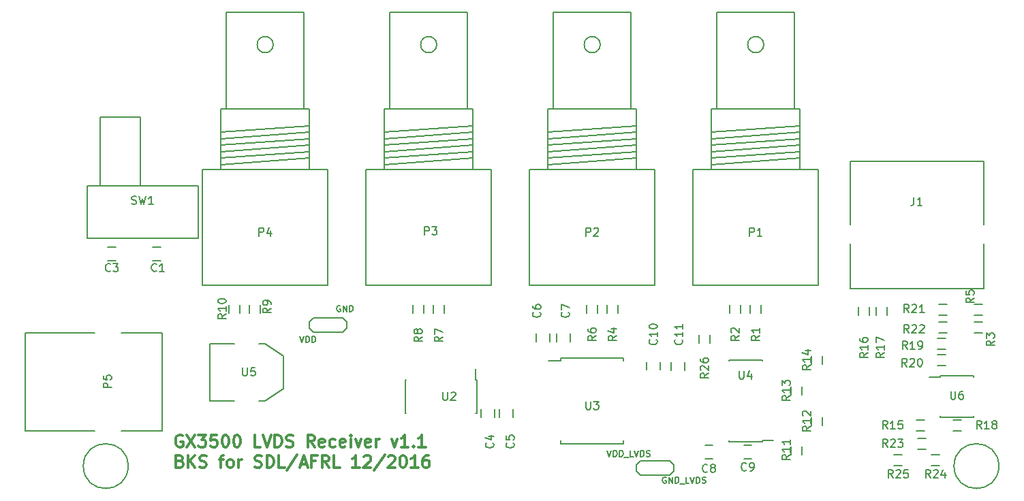
<source format=gto>
G04 #@! TF.FileFunction,Legend,Top*
%FSLAX46Y46*%
G04 Gerber Fmt 4.6, Leading zero omitted, Abs format (unit mm)*
G04 Created by KiCad (PCBNEW 4.0.4+e1-6308~48~ubuntu14.04.1-stable) date Mon Jan  9 14:38:12 2017*
%MOMM*%
%LPD*%
G01*
G04 APERTURE LIST*
%ADD10C,0.100000*%
%ADD11C,0.300000*%
%ADD12C,0.190500*%
%ADD13C,0.150000*%
G04 APERTURE END LIST*
D10*
D11*
X97662857Y-88145000D02*
X97520000Y-88073571D01*
X97305714Y-88073571D01*
X97091429Y-88145000D01*
X96948571Y-88287857D01*
X96877143Y-88430714D01*
X96805714Y-88716429D01*
X96805714Y-88930714D01*
X96877143Y-89216429D01*
X96948571Y-89359286D01*
X97091429Y-89502143D01*
X97305714Y-89573571D01*
X97448571Y-89573571D01*
X97662857Y-89502143D01*
X97734286Y-89430714D01*
X97734286Y-88930714D01*
X97448571Y-88930714D01*
X98234286Y-88073571D02*
X99234286Y-89573571D01*
X99234286Y-88073571D02*
X98234286Y-89573571D01*
X99662857Y-88073571D02*
X100591428Y-88073571D01*
X100091428Y-88645000D01*
X100305714Y-88645000D01*
X100448571Y-88716429D01*
X100520000Y-88787857D01*
X100591428Y-88930714D01*
X100591428Y-89287857D01*
X100520000Y-89430714D01*
X100448571Y-89502143D01*
X100305714Y-89573571D01*
X99877142Y-89573571D01*
X99734285Y-89502143D01*
X99662857Y-89430714D01*
X101948571Y-88073571D02*
X101234285Y-88073571D01*
X101162856Y-88787857D01*
X101234285Y-88716429D01*
X101377142Y-88645000D01*
X101734285Y-88645000D01*
X101877142Y-88716429D01*
X101948571Y-88787857D01*
X102019999Y-88930714D01*
X102019999Y-89287857D01*
X101948571Y-89430714D01*
X101877142Y-89502143D01*
X101734285Y-89573571D01*
X101377142Y-89573571D01*
X101234285Y-89502143D01*
X101162856Y-89430714D01*
X102948570Y-88073571D02*
X103091427Y-88073571D01*
X103234284Y-88145000D01*
X103305713Y-88216429D01*
X103377142Y-88359286D01*
X103448570Y-88645000D01*
X103448570Y-89002143D01*
X103377142Y-89287857D01*
X103305713Y-89430714D01*
X103234284Y-89502143D01*
X103091427Y-89573571D01*
X102948570Y-89573571D01*
X102805713Y-89502143D01*
X102734284Y-89430714D01*
X102662856Y-89287857D01*
X102591427Y-89002143D01*
X102591427Y-88645000D01*
X102662856Y-88359286D01*
X102734284Y-88216429D01*
X102805713Y-88145000D01*
X102948570Y-88073571D01*
X104377141Y-88073571D02*
X104519998Y-88073571D01*
X104662855Y-88145000D01*
X104734284Y-88216429D01*
X104805713Y-88359286D01*
X104877141Y-88645000D01*
X104877141Y-89002143D01*
X104805713Y-89287857D01*
X104734284Y-89430714D01*
X104662855Y-89502143D01*
X104519998Y-89573571D01*
X104377141Y-89573571D01*
X104234284Y-89502143D01*
X104162855Y-89430714D01*
X104091427Y-89287857D01*
X104019998Y-89002143D01*
X104019998Y-88645000D01*
X104091427Y-88359286D01*
X104162855Y-88216429D01*
X104234284Y-88145000D01*
X104377141Y-88073571D01*
X107377141Y-89573571D02*
X106662855Y-89573571D01*
X106662855Y-88073571D01*
X107662855Y-88073571D02*
X108162855Y-89573571D01*
X108662855Y-88073571D01*
X109162855Y-89573571D02*
X109162855Y-88073571D01*
X109519998Y-88073571D01*
X109734283Y-88145000D01*
X109877141Y-88287857D01*
X109948569Y-88430714D01*
X110019998Y-88716429D01*
X110019998Y-88930714D01*
X109948569Y-89216429D01*
X109877141Y-89359286D01*
X109734283Y-89502143D01*
X109519998Y-89573571D01*
X109162855Y-89573571D01*
X110591426Y-89502143D02*
X110805712Y-89573571D01*
X111162855Y-89573571D01*
X111305712Y-89502143D01*
X111377141Y-89430714D01*
X111448569Y-89287857D01*
X111448569Y-89145000D01*
X111377141Y-89002143D01*
X111305712Y-88930714D01*
X111162855Y-88859286D01*
X110877141Y-88787857D01*
X110734283Y-88716429D01*
X110662855Y-88645000D01*
X110591426Y-88502143D01*
X110591426Y-88359286D01*
X110662855Y-88216429D01*
X110734283Y-88145000D01*
X110877141Y-88073571D01*
X111234283Y-88073571D01*
X111448569Y-88145000D01*
X114091426Y-89573571D02*
X113591426Y-88859286D01*
X113234283Y-89573571D02*
X113234283Y-88073571D01*
X113805711Y-88073571D01*
X113948569Y-88145000D01*
X114019997Y-88216429D01*
X114091426Y-88359286D01*
X114091426Y-88573571D01*
X114019997Y-88716429D01*
X113948569Y-88787857D01*
X113805711Y-88859286D01*
X113234283Y-88859286D01*
X115305711Y-89502143D02*
X115162854Y-89573571D01*
X114877140Y-89573571D01*
X114734283Y-89502143D01*
X114662854Y-89359286D01*
X114662854Y-88787857D01*
X114734283Y-88645000D01*
X114877140Y-88573571D01*
X115162854Y-88573571D01*
X115305711Y-88645000D01*
X115377140Y-88787857D01*
X115377140Y-88930714D01*
X114662854Y-89073571D01*
X116662854Y-89502143D02*
X116519997Y-89573571D01*
X116234283Y-89573571D01*
X116091425Y-89502143D01*
X116019997Y-89430714D01*
X115948568Y-89287857D01*
X115948568Y-88859286D01*
X116019997Y-88716429D01*
X116091425Y-88645000D01*
X116234283Y-88573571D01*
X116519997Y-88573571D01*
X116662854Y-88645000D01*
X117877139Y-89502143D02*
X117734282Y-89573571D01*
X117448568Y-89573571D01*
X117305711Y-89502143D01*
X117234282Y-89359286D01*
X117234282Y-88787857D01*
X117305711Y-88645000D01*
X117448568Y-88573571D01*
X117734282Y-88573571D01*
X117877139Y-88645000D01*
X117948568Y-88787857D01*
X117948568Y-88930714D01*
X117234282Y-89073571D01*
X118591425Y-89573571D02*
X118591425Y-88573571D01*
X118591425Y-88073571D02*
X118519996Y-88145000D01*
X118591425Y-88216429D01*
X118662853Y-88145000D01*
X118591425Y-88073571D01*
X118591425Y-88216429D01*
X119162854Y-88573571D02*
X119519997Y-89573571D01*
X119877139Y-88573571D01*
X121019996Y-89502143D02*
X120877139Y-89573571D01*
X120591425Y-89573571D01*
X120448568Y-89502143D01*
X120377139Y-89359286D01*
X120377139Y-88787857D01*
X120448568Y-88645000D01*
X120591425Y-88573571D01*
X120877139Y-88573571D01*
X121019996Y-88645000D01*
X121091425Y-88787857D01*
X121091425Y-88930714D01*
X120377139Y-89073571D01*
X121734282Y-89573571D02*
X121734282Y-88573571D01*
X121734282Y-88859286D02*
X121805710Y-88716429D01*
X121877139Y-88645000D01*
X122019996Y-88573571D01*
X122162853Y-88573571D01*
X123662853Y-88573571D02*
X124019996Y-89573571D01*
X124377138Y-88573571D01*
X125734281Y-89573571D02*
X124877138Y-89573571D01*
X125305710Y-89573571D02*
X125305710Y-88073571D01*
X125162853Y-88287857D01*
X125019995Y-88430714D01*
X124877138Y-88502143D01*
X126377138Y-89430714D02*
X126448566Y-89502143D01*
X126377138Y-89573571D01*
X126305709Y-89502143D01*
X126377138Y-89430714D01*
X126377138Y-89573571D01*
X127877138Y-89573571D02*
X127019995Y-89573571D01*
X127448567Y-89573571D02*
X127448567Y-88073571D01*
X127305710Y-88287857D01*
X127162852Y-88430714D01*
X127019995Y-88502143D01*
X97377143Y-91337857D02*
X97591429Y-91409286D01*
X97662857Y-91480714D01*
X97734286Y-91623571D01*
X97734286Y-91837857D01*
X97662857Y-91980714D01*
X97591429Y-92052143D01*
X97448571Y-92123571D01*
X96877143Y-92123571D01*
X96877143Y-90623571D01*
X97377143Y-90623571D01*
X97520000Y-90695000D01*
X97591429Y-90766429D01*
X97662857Y-90909286D01*
X97662857Y-91052143D01*
X97591429Y-91195000D01*
X97520000Y-91266429D01*
X97377143Y-91337857D01*
X96877143Y-91337857D01*
X98377143Y-92123571D02*
X98377143Y-90623571D01*
X99234286Y-92123571D02*
X98591429Y-91266429D01*
X99234286Y-90623571D02*
X98377143Y-91480714D01*
X99805714Y-92052143D02*
X100020000Y-92123571D01*
X100377143Y-92123571D01*
X100520000Y-92052143D01*
X100591429Y-91980714D01*
X100662857Y-91837857D01*
X100662857Y-91695000D01*
X100591429Y-91552143D01*
X100520000Y-91480714D01*
X100377143Y-91409286D01*
X100091429Y-91337857D01*
X99948571Y-91266429D01*
X99877143Y-91195000D01*
X99805714Y-91052143D01*
X99805714Y-90909286D01*
X99877143Y-90766429D01*
X99948571Y-90695000D01*
X100091429Y-90623571D01*
X100448571Y-90623571D01*
X100662857Y-90695000D01*
X102234285Y-91123571D02*
X102805714Y-91123571D01*
X102448571Y-92123571D02*
X102448571Y-90837857D01*
X102519999Y-90695000D01*
X102662857Y-90623571D01*
X102805714Y-90623571D01*
X103520000Y-92123571D02*
X103377142Y-92052143D01*
X103305714Y-91980714D01*
X103234285Y-91837857D01*
X103234285Y-91409286D01*
X103305714Y-91266429D01*
X103377142Y-91195000D01*
X103520000Y-91123571D01*
X103734285Y-91123571D01*
X103877142Y-91195000D01*
X103948571Y-91266429D01*
X104020000Y-91409286D01*
X104020000Y-91837857D01*
X103948571Y-91980714D01*
X103877142Y-92052143D01*
X103734285Y-92123571D01*
X103520000Y-92123571D01*
X104662857Y-92123571D02*
X104662857Y-91123571D01*
X104662857Y-91409286D02*
X104734285Y-91266429D01*
X104805714Y-91195000D01*
X104948571Y-91123571D01*
X105091428Y-91123571D01*
X106662856Y-92052143D02*
X106877142Y-92123571D01*
X107234285Y-92123571D01*
X107377142Y-92052143D01*
X107448571Y-91980714D01*
X107519999Y-91837857D01*
X107519999Y-91695000D01*
X107448571Y-91552143D01*
X107377142Y-91480714D01*
X107234285Y-91409286D01*
X106948571Y-91337857D01*
X106805713Y-91266429D01*
X106734285Y-91195000D01*
X106662856Y-91052143D01*
X106662856Y-90909286D01*
X106734285Y-90766429D01*
X106805713Y-90695000D01*
X106948571Y-90623571D01*
X107305713Y-90623571D01*
X107519999Y-90695000D01*
X108162856Y-92123571D02*
X108162856Y-90623571D01*
X108519999Y-90623571D01*
X108734284Y-90695000D01*
X108877142Y-90837857D01*
X108948570Y-90980714D01*
X109019999Y-91266429D01*
X109019999Y-91480714D01*
X108948570Y-91766429D01*
X108877142Y-91909286D01*
X108734284Y-92052143D01*
X108519999Y-92123571D01*
X108162856Y-92123571D01*
X110377142Y-92123571D02*
X109662856Y-92123571D01*
X109662856Y-90623571D01*
X111948570Y-90552143D02*
X110662856Y-92480714D01*
X112377142Y-91695000D02*
X113091428Y-91695000D01*
X112234285Y-92123571D02*
X112734285Y-90623571D01*
X113234285Y-92123571D01*
X114234285Y-91337857D02*
X113734285Y-91337857D01*
X113734285Y-92123571D02*
X113734285Y-90623571D01*
X114448571Y-90623571D01*
X115877142Y-92123571D02*
X115377142Y-91409286D01*
X115019999Y-92123571D02*
X115019999Y-90623571D01*
X115591427Y-90623571D01*
X115734285Y-90695000D01*
X115805713Y-90766429D01*
X115877142Y-90909286D01*
X115877142Y-91123571D01*
X115805713Y-91266429D01*
X115734285Y-91337857D01*
X115591427Y-91409286D01*
X115019999Y-91409286D01*
X117234285Y-92123571D02*
X116519999Y-92123571D01*
X116519999Y-90623571D01*
X119662856Y-92123571D02*
X118805713Y-92123571D01*
X119234285Y-92123571D02*
X119234285Y-90623571D01*
X119091428Y-90837857D01*
X118948570Y-90980714D01*
X118805713Y-91052143D01*
X120234284Y-90766429D02*
X120305713Y-90695000D01*
X120448570Y-90623571D01*
X120805713Y-90623571D01*
X120948570Y-90695000D01*
X121019999Y-90766429D01*
X121091427Y-90909286D01*
X121091427Y-91052143D01*
X121019999Y-91266429D01*
X120162856Y-92123571D01*
X121091427Y-92123571D01*
X122805712Y-90552143D02*
X121519998Y-92480714D01*
X123234284Y-90766429D02*
X123305713Y-90695000D01*
X123448570Y-90623571D01*
X123805713Y-90623571D01*
X123948570Y-90695000D01*
X124019999Y-90766429D01*
X124091427Y-90909286D01*
X124091427Y-91052143D01*
X124019999Y-91266429D01*
X123162856Y-92123571D01*
X124091427Y-92123571D01*
X125019998Y-90623571D02*
X125162855Y-90623571D01*
X125305712Y-90695000D01*
X125377141Y-90766429D01*
X125448570Y-90909286D01*
X125519998Y-91195000D01*
X125519998Y-91552143D01*
X125448570Y-91837857D01*
X125377141Y-91980714D01*
X125305712Y-92052143D01*
X125162855Y-92123571D01*
X125019998Y-92123571D01*
X124877141Y-92052143D01*
X124805712Y-91980714D01*
X124734284Y-91837857D01*
X124662855Y-91552143D01*
X124662855Y-91195000D01*
X124734284Y-90909286D01*
X124805712Y-90766429D01*
X124877141Y-90695000D01*
X125019998Y-90623571D01*
X126948569Y-92123571D02*
X126091426Y-92123571D01*
X126519998Y-92123571D02*
X126519998Y-90623571D01*
X126377141Y-90837857D01*
X126234283Y-90980714D01*
X126091426Y-91052143D01*
X128234283Y-90623571D02*
X127948569Y-90623571D01*
X127805712Y-90695000D01*
X127734283Y-90766429D01*
X127591426Y-90980714D01*
X127519997Y-91266429D01*
X127519997Y-91837857D01*
X127591426Y-91980714D01*
X127662854Y-92052143D01*
X127805712Y-92123571D01*
X128091426Y-92123571D01*
X128234283Y-92052143D01*
X128305712Y-91980714D01*
X128377140Y-91837857D01*
X128377140Y-91480714D01*
X128305712Y-91337857D01*
X128234283Y-91266429D01*
X128091426Y-91195000D01*
X127805712Y-91195000D01*
X127662854Y-91266429D01*
X127591426Y-91337857D01*
X127519997Y-91480714D01*
D12*
X112268000Y-75782714D02*
X112522000Y-76544714D01*
X112776000Y-75782714D01*
X113030001Y-76544714D02*
X113030001Y-75782714D01*
X113211429Y-75782714D01*
X113320286Y-75819000D01*
X113392858Y-75891571D01*
X113429143Y-75964143D01*
X113465429Y-76109286D01*
X113465429Y-76218143D01*
X113429143Y-76363286D01*
X113392858Y-76435857D01*
X113320286Y-76508429D01*
X113211429Y-76544714D01*
X113030001Y-76544714D01*
X113792001Y-76544714D02*
X113792001Y-75782714D01*
X113973429Y-75782714D01*
X114082286Y-75819000D01*
X114154858Y-75891571D01*
X114191143Y-75964143D01*
X114227429Y-76109286D01*
X114227429Y-76218143D01*
X114191143Y-76363286D01*
X114154858Y-76435857D01*
X114082286Y-76508429D01*
X113973429Y-76544714D01*
X113792001Y-76544714D01*
X117275428Y-72009000D02*
X117202857Y-71972714D01*
X117094000Y-71972714D01*
X116985143Y-72009000D01*
X116912571Y-72081571D01*
X116876286Y-72154143D01*
X116840000Y-72299286D01*
X116840000Y-72408143D01*
X116876286Y-72553286D01*
X116912571Y-72625857D01*
X116985143Y-72698429D01*
X117094000Y-72734714D01*
X117166571Y-72734714D01*
X117275428Y-72698429D01*
X117311714Y-72662143D01*
X117311714Y-72408143D01*
X117166571Y-72408143D01*
X117638286Y-72734714D02*
X117638286Y-71972714D01*
X118073714Y-72734714D01*
X118073714Y-71972714D01*
X118436572Y-72734714D02*
X118436572Y-71972714D01*
X118618000Y-71972714D01*
X118726857Y-72009000D01*
X118799429Y-72081571D01*
X118835714Y-72154143D01*
X118872000Y-72299286D01*
X118872000Y-72408143D01*
X118835714Y-72553286D01*
X118799429Y-72625857D01*
X118726857Y-72698429D01*
X118618000Y-72734714D01*
X118436572Y-72734714D01*
X150476857Y-90006714D02*
X150730857Y-90768714D01*
X150984857Y-90006714D01*
X151238858Y-90768714D02*
X151238858Y-90006714D01*
X151420286Y-90006714D01*
X151529143Y-90043000D01*
X151601715Y-90115571D01*
X151638000Y-90188143D01*
X151674286Y-90333286D01*
X151674286Y-90442143D01*
X151638000Y-90587286D01*
X151601715Y-90659857D01*
X151529143Y-90732429D01*
X151420286Y-90768714D01*
X151238858Y-90768714D01*
X152000858Y-90768714D02*
X152000858Y-90006714D01*
X152182286Y-90006714D01*
X152291143Y-90043000D01*
X152363715Y-90115571D01*
X152400000Y-90188143D01*
X152436286Y-90333286D01*
X152436286Y-90442143D01*
X152400000Y-90587286D01*
X152363715Y-90659857D01*
X152291143Y-90732429D01*
X152182286Y-90768714D01*
X152000858Y-90768714D01*
X152581429Y-90841286D02*
X153162000Y-90841286D01*
X153706286Y-90768714D02*
X153343429Y-90768714D01*
X153343429Y-90006714D01*
X153851428Y-90006714D02*
X154105428Y-90768714D01*
X154359428Y-90006714D01*
X154613429Y-90768714D02*
X154613429Y-90006714D01*
X154794857Y-90006714D01*
X154903714Y-90043000D01*
X154976286Y-90115571D01*
X155012571Y-90188143D01*
X155048857Y-90333286D01*
X155048857Y-90442143D01*
X155012571Y-90587286D01*
X154976286Y-90659857D01*
X154903714Y-90732429D01*
X154794857Y-90768714D01*
X154613429Y-90768714D01*
X155339143Y-90732429D02*
X155448000Y-90768714D01*
X155629429Y-90768714D01*
X155702000Y-90732429D01*
X155738286Y-90696143D01*
X155774571Y-90623571D01*
X155774571Y-90551000D01*
X155738286Y-90478429D01*
X155702000Y-90442143D01*
X155629429Y-90405857D01*
X155484286Y-90369571D01*
X155411714Y-90333286D01*
X155375429Y-90297000D01*
X155339143Y-90224429D01*
X155339143Y-90151857D01*
X155375429Y-90079286D01*
X155411714Y-90043000D01*
X155484286Y-90006714D01*
X155665714Y-90006714D01*
X155774571Y-90043000D01*
X157770286Y-93345000D02*
X157697715Y-93308714D01*
X157588858Y-93308714D01*
X157480001Y-93345000D01*
X157407429Y-93417571D01*
X157371144Y-93490143D01*
X157334858Y-93635286D01*
X157334858Y-93744143D01*
X157371144Y-93889286D01*
X157407429Y-93961857D01*
X157480001Y-94034429D01*
X157588858Y-94070714D01*
X157661429Y-94070714D01*
X157770286Y-94034429D01*
X157806572Y-93998143D01*
X157806572Y-93744143D01*
X157661429Y-93744143D01*
X158133144Y-94070714D02*
X158133144Y-93308714D01*
X158568572Y-94070714D01*
X158568572Y-93308714D01*
X158931430Y-94070714D02*
X158931430Y-93308714D01*
X159112858Y-93308714D01*
X159221715Y-93345000D01*
X159294287Y-93417571D01*
X159330572Y-93490143D01*
X159366858Y-93635286D01*
X159366858Y-93744143D01*
X159330572Y-93889286D01*
X159294287Y-93961857D01*
X159221715Y-94034429D01*
X159112858Y-94070714D01*
X158931430Y-94070714D01*
X159512001Y-94143286D02*
X160092572Y-94143286D01*
X160636858Y-94070714D02*
X160274001Y-94070714D01*
X160274001Y-93308714D01*
X160782000Y-93308714D02*
X161036000Y-94070714D01*
X161290000Y-93308714D01*
X161544001Y-94070714D02*
X161544001Y-93308714D01*
X161725429Y-93308714D01*
X161834286Y-93345000D01*
X161906858Y-93417571D01*
X161943143Y-93490143D01*
X161979429Y-93635286D01*
X161979429Y-93744143D01*
X161943143Y-93889286D01*
X161906858Y-93961857D01*
X161834286Y-94034429D01*
X161725429Y-94070714D01*
X161544001Y-94070714D01*
X162269715Y-94034429D02*
X162378572Y-94070714D01*
X162560001Y-94070714D01*
X162632572Y-94034429D01*
X162668858Y-93998143D01*
X162705143Y-93925571D01*
X162705143Y-93853000D01*
X162668858Y-93780429D01*
X162632572Y-93744143D01*
X162560001Y-93707857D01*
X162414858Y-93671571D01*
X162342286Y-93635286D01*
X162306001Y-93599000D01*
X162269715Y-93526429D01*
X162269715Y-93453857D01*
X162306001Y-93381286D01*
X162342286Y-93345000D01*
X162414858Y-93308714D01*
X162596286Y-93308714D01*
X162705143Y-93345000D01*
D13*
X104140000Y-76708000D02*
X101092000Y-76708000D01*
X101092000Y-76708000D02*
X101092000Y-83820000D01*
X101092000Y-83820000D02*
X104140000Y-83820000D01*
X107188000Y-76708000D02*
X107950000Y-76708000D01*
X107950000Y-76708000D02*
X110236000Y-78232000D01*
X110236000Y-78232000D02*
X110236000Y-82296000D01*
X110236000Y-82296000D02*
X107950000Y-83820000D01*
X107950000Y-83820000D02*
X107188000Y-83820000D01*
X143090900Y-50429160D02*
X154089100Y-49629060D01*
X143090900Y-51229260D02*
X154089100Y-50429160D01*
X143090900Y-52029360D02*
X154089100Y-51229260D01*
X143090900Y-52829460D02*
X154089100Y-52029360D01*
X143090900Y-53629560D02*
X154089100Y-52829460D01*
X143090900Y-54429660D02*
X154089100Y-53629560D01*
X149590760Y-39530020D02*
G75*
G03X149590760Y-39530020I-1000760J0D01*
G01*
X153390600Y-47531020D02*
X153390600Y-35529520D01*
X153390600Y-35529520D02*
X143789400Y-35529520D01*
X143789400Y-35529520D02*
X143789400Y-47531020D01*
X154089100Y-55029100D02*
X154089100Y-47531020D01*
X154089100Y-47531020D02*
X143090900Y-47531020D01*
X143090900Y-47531020D02*
X143090900Y-55029100D01*
X140789660Y-69430900D02*
X156390340Y-69430900D01*
X156390340Y-69430900D02*
X156390340Y-55029100D01*
X156390340Y-55029100D02*
X140789660Y-55029100D01*
X140789660Y-55029100D02*
X140789660Y-69430900D01*
X144715000Y-78495000D02*
X144715000Y-78850000D01*
X152465000Y-78495000D02*
X152465000Y-78850000D01*
X152465000Y-89145000D02*
X152465000Y-88790000D01*
X144715000Y-89145000D02*
X144715000Y-88790000D01*
X144715000Y-78495000D02*
X152465000Y-78495000D01*
X144715000Y-89145000D02*
X152465000Y-89145000D01*
X144715000Y-78850000D02*
X143190000Y-78850000D01*
X94988000Y-64682000D02*
X93988000Y-64682000D01*
X93988000Y-66382000D02*
X94988000Y-66382000D01*
X88400000Y-66382000D02*
X89400000Y-66382000D01*
X89400000Y-64682000D02*
X88400000Y-64682000D01*
X134786000Y-84844000D02*
X134786000Y-85844000D01*
X136486000Y-85844000D02*
X136486000Y-84844000D01*
X137072000Y-84844000D02*
X137072000Y-85844000D01*
X138772000Y-85844000D02*
X138772000Y-84844000D01*
X141644000Y-75446000D02*
X141644000Y-76446000D01*
X143344000Y-76446000D02*
X143344000Y-75446000D01*
X144184000Y-75446000D02*
X144184000Y-76446000D01*
X145884000Y-76446000D02*
X145884000Y-75446000D01*
X162588000Y-91020000D02*
X163588000Y-91020000D01*
X163588000Y-89320000D02*
X162588000Y-89320000D01*
X168414000Y-89320000D02*
X167414000Y-89320000D01*
X167414000Y-91020000D02*
X168414000Y-91020000D01*
X157060000Y-79982000D02*
X157060000Y-78982000D01*
X155360000Y-78982000D02*
X155360000Y-79982000D01*
X160108000Y-80022000D02*
X160108000Y-79022000D01*
X158408000Y-79022000D02*
X158408000Y-80022000D01*
X163410900Y-50429160D02*
X174409100Y-49629060D01*
X163410900Y-51229260D02*
X174409100Y-50429160D01*
X163410900Y-52029360D02*
X174409100Y-51229260D01*
X163410900Y-52829460D02*
X174409100Y-52029360D01*
X163410900Y-53629560D02*
X174409100Y-52829460D01*
X163410900Y-54429660D02*
X174409100Y-53629560D01*
X169910760Y-39530020D02*
G75*
G03X169910760Y-39530020I-1000760J0D01*
G01*
X173710600Y-47531020D02*
X173710600Y-35529520D01*
X173710600Y-35529520D02*
X164109400Y-35529520D01*
X164109400Y-35529520D02*
X164109400Y-47531020D01*
X174409100Y-55029100D02*
X174409100Y-47531020D01*
X174409100Y-47531020D02*
X163410900Y-47531020D01*
X163410900Y-47531020D02*
X163410900Y-55029100D01*
X161109660Y-69430900D02*
X176710340Y-69430900D01*
X176710340Y-69430900D02*
X176710340Y-55029100D01*
X176710340Y-55029100D02*
X161109660Y-55029100D01*
X161109660Y-55029100D02*
X161109660Y-69430900D01*
X122770900Y-50429160D02*
X133769100Y-49629060D01*
X122770900Y-51229260D02*
X133769100Y-50429160D01*
X122770900Y-52029360D02*
X133769100Y-51229260D01*
X122770900Y-52829460D02*
X133769100Y-52029360D01*
X122770900Y-53629560D02*
X133769100Y-52829460D01*
X122770900Y-54429660D02*
X133769100Y-53629560D01*
X129270760Y-39530020D02*
G75*
G03X129270760Y-39530020I-1000760J0D01*
G01*
X133070600Y-47531020D02*
X133070600Y-35529520D01*
X133070600Y-35529520D02*
X123469400Y-35529520D01*
X123469400Y-35529520D02*
X123469400Y-47531020D01*
X133769100Y-55029100D02*
X133769100Y-47531020D01*
X133769100Y-47531020D02*
X122770900Y-47531020D01*
X122770900Y-47531020D02*
X122770900Y-55029100D01*
X120469660Y-69430900D02*
X136070340Y-69430900D01*
X136070340Y-69430900D02*
X136070340Y-55029100D01*
X136070340Y-55029100D02*
X120469660Y-55029100D01*
X120469660Y-55029100D02*
X120469660Y-69430900D01*
X102450900Y-50429160D02*
X113449100Y-49629060D01*
X102450900Y-51229260D02*
X113449100Y-50429160D01*
X102450900Y-52029360D02*
X113449100Y-51229260D01*
X102450900Y-52829460D02*
X113449100Y-52029360D01*
X102450900Y-53629560D02*
X113449100Y-52829460D01*
X102450900Y-54429660D02*
X113449100Y-53629560D01*
X108950760Y-39530020D02*
G75*
G03X108950760Y-39530020I-1000760J0D01*
G01*
X112750600Y-47531020D02*
X112750600Y-35529520D01*
X112750600Y-35529520D02*
X103149400Y-35529520D01*
X103149400Y-35529520D02*
X103149400Y-47531020D01*
X113449100Y-55029100D02*
X113449100Y-47531020D01*
X113449100Y-47531020D02*
X102450900Y-47531020D01*
X102450900Y-47531020D02*
X102450900Y-55029100D01*
X100149660Y-69430900D02*
X115750340Y-69430900D01*
X115750340Y-69430900D02*
X115750340Y-55029100D01*
X115750340Y-55029100D02*
X100149660Y-55029100D01*
X100149660Y-55029100D02*
X100149660Y-69430900D01*
X168235000Y-72890000D02*
X168235000Y-71890000D01*
X169585000Y-71890000D02*
X169585000Y-72890000D01*
X165695000Y-72890000D02*
X165695000Y-71890000D01*
X167045000Y-71890000D02*
X167045000Y-72890000D01*
X150455000Y-72890000D02*
X150455000Y-71890000D01*
X151805000Y-71890000D02*
X151805000Y-72890000D01*
X147915000Y-72890000D02*
X147915000Y-71890000D01*
X149265000Y-71890000D02*
X149265000Y-72890000D01*
X128865000Y-72890000D02*
X128865000Y-71890000D01*
X130215000Y-71890000D02*
X130215000Y-72890000D01*
X126325000Y-72890000D02*
X126325000Y-71890000D01*
X127675000Y-71890000D02*
X127675000Y-72890000D01*
X106005000Y-72890000D02*
X106005000Y-71890000D01*
X107355000Y-71890000D02*
X107355000Y-72890000D01*
X103465000Y-72890000D02*
X103465000Y-71890000D01*
X104815000Y-71890000D02*
X104815000Y-72890000D01*
X174665000Y-89500000D02*
X174665000Y-90500000D01*
X173315000Y-90500000D02*
X173315000Y-89500000D01*
X177205000Y-85860000D02*
X177205000Y-86860000D01*
X175855000Y-86860000D02*
X175855000Y-85860000D01*
X174665000Y-82050000D02*
X174665000Y-83050000D01*
X173315000Y-83050000D02*
X173315000Y-82050000D01*
X177205000Y-78240000D02*
X177205000Y-79240000D01*
X175855000Y-79240000D02*
X175855000Y-78240000D01*
X134244000Y-81237000D02*
X134129000Y-81237000D01*
X134244000Y-85387000D02*
X134129000Y-85387000D01*
X125344000Y-85387000D02*
X125459000Y-85387000D01*
X125344000Y-81237000D02*
X125459000Y-81237000D01*
X134244000Y-81237000D02*
X134244000Y-85387000D01*
X125344000Y-81237000D02*
X125344000Y-85387000D01*
X134129000Y-81237000D02*
X134129000Y-79862000D01*
X169715000Y-88895000D02*
X169715000Y-88790000D01*
X165565000Y-88895000D02*
X165565000Y-88790000D01*
X165565000Y-78745000D02*
X165565000Y-78850000D01*
X169715000Y-78745000D02*
X169715000Y-78850000D01*
X169715000Y-88895000D02*
X165565000Y-88895000D01*
X169715000Y-78745000D02*
X165565000Y-78745000D01*
X169715000Y-88790000D02*
X171090000Y-88790000D01*
X113919000Y-73533000D02*
X117602000Y-73533000D01*
X117602000Y-73533000D02*
X118110000Y-74041000D01*
X118110000Y-74041000D02*
X118110000Y-74803000D01*
X118110000Y-74803000D02*
X117602000Y-75311000D01*
X117602000Y-75311000D02*
X113919000Y-75311000D01*
X113919000Y-75311000D02*
X113411000Y-74803000D01*
X113411000Y-74803000D02*
X113411000Y-74041000D01*
X113411000Y-74041000D02*
X113919000Y-73533000D01*
X154559000Y-91313000D02*
X158242000Y-91313000D01*
X158242000Y-91313000D02*
X158750000Y-91821000D01*
X158750000Y-91821000D02*
X158750000Y-92583000D01*
X158750000Y-92583000D02*
X158242000Y-93091000D01*
X158242000Y-93091000D02*
X154559000Y-93091000D01*
X154559000Y-93091000D02*
X154051000Y-92583000D01*
X154051000Y-92583000D02*
X154051000Y-91821000D01*
X154051000Y-91821000D02*
X154559000Y-91313000D01*
X197096000Y-75351000D02*
X196096000Y-75351000D01*
X196096000Y-74001000D02*
X197096000Y-74001000D01*
X197096000Y-73192000D02*
X196096000Y-73192000D01*
X196096000Y-71842000D02*
X197096000Y-71842000D01*
X189857000Y-87543000D02*
X188857000Y-87543000D01*
X188857000Y-86193000D02*
X189857000Y-86193000D01*
X181697000Y-73144000D02*
X181697000Y-72144000D01*
X183047000Y-72144000D02*
X183047000Y-73144000D01*
X183856000Y-73144000D02*
X183856000Y-72144000D01*
X185206000Y-72144000D02*
X185206000Y-73144000D01*
X193429000Y-86193000D02*
X194429000Y-86193000D01*
X194429000Y-87543000D02*
X193429000Y-87543000D01*
X191524000Y-76033000D02*
X192524000Y-76033000D01*
X192524000Y-77383000D02*
X191524000Y-77383000D01*
X192524000Y-79415000D02*
X191524000Y-79415000D01*
X191524000Y-78065000D02*
X192524000Y-78065000D01*
X191651000Y-71842000D02*
X192651000Y-71842000D01*
X192651000Y-73192000D02*
X191651000Y-73192000D01*
X192651000Y-75351000D02*
X191651000Y-75351000D01*
X191651000Y-74001000D02*
X192651000Y-74001000D01*
X191854000Y-80737000D02*
X191854000Y-80882000D01*
X196004000Y-80737000D02*
X196004000Y-80882000D01*
X196004000Y-85887000D02*
X196004000Y-85742000D01*
X191854000Y-85887000D02*
X191854000Y-85742000D01*
X191854000Y-80737000D02*
X196004000Y-80737000D01*
X191854000Y-85887000D02*
X196004000Y-85887000D01*
X191854000Y-80882000D02*
X190454000Y-80882000D01*
X197294500Y-69850000D02*
X197294500Y-64325500D01*
X180657500Y-69850000D02*
X180657500Y-64325500D01*
X197294500Y-54038500D02*
X180657500Y-54038500D01*
X197294500Y-54038500D02*
X197294500Y-61912500D01*
X180657500Y-54038500D02*
X180657500Y-61912500D01*
X197294500Y-69850000D02*
X180657500Y-69850000D01*
X87460000Y-48575000D02*
X87460000Y-57075000D01*
X92460000Y-48575000D02*
X87460000Y-48575000D01*
X92460000Y-57075000D02*
X92460000Y-48575000D01*
X99610000Y-63575000D02*
X99610000Y-57075000D01*
X85810000Y-63575000D02*
X99610000Y-63575000D01*
X85810000Y-57075000D02*
X85810000Y-63575000D01*
X99610000Y-57075000D02*
X85810000Y-57075000D01*
X190068000Y-89829000D02*
X189068000Y-89829000D01*
X189068000Y-88479000D02*
X190068000Y-88479000D01*
X190762000Y-90511000D02*
X191762000Y-90511000D01*
X191762000Y-91861000D02*
X190762000Y-91861000D01*
X186106000Y-90511000D02*
X187106000Y-90511000D01*
X187106000Y-91861000D02*
X186106000Y-91861000D01*
X163235000Y-75616000D02*
X163235000Y-76616000D01*
X161885000Y-76616000D02*
X161885000Y-75616000D01*
X86741000Y-75341480D02*
X78105000Y-75341480D01*
X95123000Y-75341480D02*
X90043000Y-75341480D01*
X86741000Y-87533480D02*
X78105000Y-87533480D01*
X95123000Y-87533480D02*
X90043000Y-87533480D01*
X78105000Y-87533480D02*
X78105000Y-75341480D01*
X95123000Y-75341480D02*
X95123000Y-87533480D01*
X199127000Y-91948000D02*
G75*
G03X199127000Y-91948000I-2785000J0D01*
G01*
X90923000Y-91948000D02*
G75*
G03X90923000Y-91948000I-2785000J0D01*
G01*
X105156095Y-79716381D02*
X105156095Y-80525905D01*
X105203714Y-80621143D01*
X105251333Y-80668762D01*
X105346571Y-80716381D01*
X105537048Y-80716381D01*
X105632286Y-80668762D01*
X105679905Y-80621143D01*
X105727524Y-80525905D01*
X105727524Y-79716381D01*
X106679905Y-79716381D02*
X106203714Y-79716381D01*
X106156095Y-80192571D01*
X106203714Y-80144952D01*
X106298952Y-80097333D01*
X106537048Y-80097333D01*
X106632286Y-80144952D01*
X106679905Y-80192571D01*
X106727524Y-80287810D01*
X106727524Y-80525905D01*
X106679905Y-80621143D01*
X106632286Y-80668762D01*
X106537048Y-80716381D01*
X106298952Y-80716381D01*
X106203714Y-80668762D01*
X106156095Y-80621143D01*
X147851905Y-63317381D02*
X147851905Y-62317381D01*
X148232858Y-62317381D01*
X148328096Y-62365000D01*
X148375715Y-62412619D01*
X148423334Y-62507857D01*
X148423334Y-62650714D01*
X148375715Y-62745952D01*
X148328096Y-62793571D01*
X148232858Y-62841190D01*
X147851905Y-62841190D01*
X148804286Y-62412619D02*
X148851905Y-62365000D01*
X148947143Y-62317381D01*
X149185239Y-62317381D01*
X149280477Y-62365000D01*
X149328096Y-62412619D01*
X149375715Y-62507857D01*
X149375715Y-62603095D01*
X149328096Y-62745952D01*
X148756667Y-63317381D01*
X149375715Y-63317381D01*
X147828095Y-83907381D02*
X147828095Y-84716905D01*
X147875714Y-84812143D01*
X147923333Y-84859762D01*
X148018571Y-84907381D01*
X148209048Y-84907381D01*
X148304286Y-84859762D01*
X148351905Y-84812143D01*
X148399524Y-84716905D01*
X148399524Y-83907381D01*
X148780476Y-83907381D02*
X149399524Y-83907381D01*
X149066190Y-84288333D01*
X149209048Y-84288333D01*
X149304286Y-84335952D01*
X149351905Y-84383571D01*
X149399524Y-84478810D01*
X149399524Y-84716905D01*
X149351905Y-84812143D01*
X149304286Y-84859762D01*
X149209048Y-84907381D01*
X148923333Y-84907381D01*
X148828095Y-84859762D01*
X148780476Y-84812143D01*
X94448334Y-67667143D02*
X94400715Y-67714762D01*
X94257858Y-67762381D01*
X94162620Y-67762381D01*
X94019762Y-67714762D01*
X93924524Y-67619524D01*
X93876905Y-67524286D01*
X93829286Y-67333810D01*
X93829286Y-67190952D01*
X93876905Y-67000476D01*
X93924524Y-66905238D01*
X94019762Y-66810000D01*
X94162620Y-66762381D01*
X94257858Y-66762381D01*
X94400715Y-66810000D01*
X94448334Y-66857619D01*
X95400715Y-67762381D02*
X94829286Y-67762381D01*
X95115000Y-67762381D02*
X95115000Y-66762381D01*
X95019762Y-66905238D01*
X94924524Y-67000476D01*
X94829286Y-67048095D01*
X88733334Y-67667143D02*
X88685715Y-67714762D01*
X88542858Y-67762381D01*
X88447620Y-67762381D01*
X88304762Y-67714762D01*
X88209524Y-67619524D01*
X88161905Y-67524286D01*
X88114286Y-67333810D01*
X88114286Y-67190952D01*
X88161905Y-67000476D01*
X88209524Y-66905238D01*
X88304762Y-66810000D01*
X88447620Y-66762381D01*
X88542858Y-66762381D01*
X88685715Y-66810000D01*
X88733334Y-66857619D01*
X89066667Y-66762381D02*
X89685715Y-66762381D01*
X89352381Y-67143333D01*
X89495239Y-67143333D01*
X89590477Y-67190952D01*
X89638096Y-67238571D01*
X89685715Y-67333810D01*
X89685715Y-67571905D01*
X89638096Y-67667143D01*
X89590477Y-67714762D01*
X89495239Y-67762381D01*
X89209524Y-67762381D01*
X89114286Y-67714762D01*
X89066667Y-67667143D01*
X136247143Y-89066666D02*
X136294762Y-89114285D01*
X136342381Y-89257142D01*
X136342381Y-89352380D01*
X136294762Y-89495238D01*
X136199524Y-89590476D01*
X136104286Y-89638095D01*
X135913810Y-89685714D01*
X135770952Y-89685714D01*
X135580476Y-89638095D01*
X135485238Y-89590476D01*
X135390000Y-89495238D01*
X135342381Y-89352380D01*
X135342381Y-89257142D01*
X135390000Y-89114285D01*
X135437619Y-89066666D01*
X135675714Y-88209523D02*
X136342381Y-88209523D01*
X135294762Y-88447619D02*
X136009048Y-88685714D01*
X136009048Y-88066666D01*
X138787143Y-89066666D02*
X138834762Y-89114285D01*
X138882381Y-89257142D01*
X138882381Y-89352380D01*
X138834762Y-89495238D01*
X138739524Y-89590476D01*
X138644286Y-89638095D01*
X138453810Y-89685714D01*
X138310952Y-89685714D01*
X138120476Y-89638095D01*
X138025238Y-89590476D01*
X137930000Y-89495238D01*
X137882381Y-89352380D01*
X137882381Y-89257142D01*
X137930000Y-89114285D01*
X137977619Y-89066666D01*
X137882381Y-88161904D02*
X137882381Y-88638095D01*
X138358571Y-88685714D01*
X138310952Y-88638095D01*
X138263333Y-88542857D01*
X138263333Y-88304761D01*
X138310952Y-88209523D01*
X138358571Y-88161904D01*
X138453810Y-88114285D01*
X138691905Y-88114285D01*
X138787143Y-88161904D01*
X138834762Y-88209523D01*
X138882381Y-88304761D01*
X138882381Y-88542857D01*
X138834762Y-88638095D01*
X138787143Y-88685714D01*
X142089143Y-72810666D02*
X142136762Y-72858285D01*
X142184381Y-73001142D01*
X142184381Y-73096380D01*
X142136762Y-73239238D01*
X142041524Y-73334476D01*
X141946286Y-73382095D01*
X141755810Y-73429714D01*
X141612952Y-73429714D01*
X141422476Y-73382095D01*
X141327238Y-73334476D01*
X141232000Y-73239238D01*
X141184381Y-73096380D01*
X141184381Y-73001142D01*
X141232000Y-72858285D01*
X141279619Y-72810666D01*
X141184381Y-71953523D02*
X141184381Y-72144000D01*
X141232000Y-72239238D01*
X141279619Y-72286857D01*
X141422476Y-72382095D01*
X141612952Y-72429714D01*
X141993905Y-72429714D01*
X142089143Y-72382095D01*
X142136762Y-72334476D01*
X142184381Y-72239238D01*
X142184381Y-72048761D01*
X142136762Y-71953523D01*
X142089143Y-71905904D01*
X141993905Y-71858285D01*
X141755810Y-71858285D01*
X141660571Y-71905904D01*
X141612952Y-71953523D01*
X141565333Y-72048761D01*
X141565333Y-72239238D01*
X141612952Y-72334476D01*
X141660571Y-72382095D01*
X141755810Y-72429714D01*
X145645143Y-72810666D02*
X145692762Y-72858285D01*
X145740381Y-73001142D01*
X145740381Y-73096380D01*
X145692762Y-73239238D01*
X145597524Y-73334476D01*
X145502286Y-73382095D01*
X145311810Y-73429714D01*
X145168952Y-73429714D01*
X144978476Y-73382095D01*
X144883238Y-73334476D01*
X144788000Y-73239238D01*
X144740381Y-73096380D01*
X144740381Y-73001142D01*
X144788000Y-72858285D01*
X144835619Y-72810666D01*
X144740381Y-72477333D02*
X144740381Y-71810666D01*
X145740381Y-72239238D01*
X162921334Y-92627143D02*
X162873715Y-92674762D01*
X162730858Y-92722381D01*
X162635620Y-92722381D01*
X162492762Y-92674762D01*
X162397524Y-92579524D01*
X162349905Y-92484286D01*
X162302286Y-92293810D01*
X162302286Y-92150952D01*
X162349905Y-91960476D01*
X162397524Y-91865238D01*
X162492762Y-91770000D01*
X162635620Y-91722381D01*
X162730858Y-91722381D01*
X162873715Y-91770000D01*
X162921334Y-91817619D01*
X163492762Y-92150952D02*
X163397524Y-92103333D01*
X163349905Y-92055714D01*
X163302286Y-91960476D01*
X163302286Y-91912857D01*
X163349905Y-91817619D01*
X163397524Y-91770000D01*
X163492762Y-91722381D01*
X163683239Y-91722381D01*
X163778477Y-91770000D01*
X163826096Y-91817619D01*
X163873715Y-91912857D01*
X163873715Y-91960476D01*
X163826096Y-92055714D01*
X163778477Y-92103333D01*
X163683239Y-92150952D01*
X163492762Y-92150952D01*
X163397524Y-92198571D01*
X163349905Y-92246190D01*
X163302286Y-92341429D01*
X163302286Y-92531905D01*
X163349905Y-92627143D01*
X163397524Y-92674762D01*
X163492762Y-92722381D01*
X163683239Y-92722381D01*
X163778477Y-92674762D01*
X163826096Y-92627143D01*
X163873715Y-92531905D01*
X163873715Y-92341429D01*
X163826096Y-92246190D01*
X163778477Y-92198571D01*
X163683239Y-92150952D01*
X167747334Y-92432143D02*
X167699715Y-92479762D01*
X167556858Y-92527381D01*
X167461620Y-92527381D01*
X167318762Y-92479762D01*
X167223524Y-92384524D01*
X167175905Y-92289286D01*
X167128286Y-92098810D01*
X167128286Y-91955952D01*
X167175905Y-91765476D01*
X167223524Y-91670238D01*
X167318762Y-91575000D01*
X167461620Y-91527381D01*
X167556858Y-91527381D01*
X167699715Y-91575000D01*
X167747334Y-91622619D01*
X168223524Y-92527381D02*
X168414000Y-92527381D01*
X168509239Y-92479762D01*
X168556858Y-92432143D01*
X168652096Y-92289286D01*
X168699715Y-92098810D01*
X168699715Y-91717857D01*
X168652096Y-91622619D01*
X168604477Y-91575000D01*
X168509239Y-91527381D01*
X168318762Y-91527381D01*
X168223524Y-91575000D01*
X168175905Y-91622619D01*
X168128286Y-91717857D01*
X168128286Y-91955952D01*
X168175905Y-92051190D01*
X168223524Y-92098810D01*
X168318762Y-92146429D01*
X168509239Y-92146429D01*
X168604477Y-92098810D01*
X168652096Y-92051190D01*
X168699715Y-91955952D01*
X156567143Y-76207857D02*
X156614762Y-76255476D01*
X156662381Y-76398333D01*
X156662381Y-76493571D01*
X156614762Y-76636429D01*
X156519524Y-76731667D01*
X156424286Y-76779286D01*
X156233810Y-76826905D01*
X156090952Y-76826905D01*
X155900476Y-76779286D01*
X155805238Y-76731667D01*
X155710000Y-76636429D01*
X155662381Y-76493571D01*
X155662381Y-76398333D01*
X155710000Y-76255476D01*
X155757619Y-76207857D01*
X156662381Y-75255476D02*
X156662381Y-75826905D01*
X156662381Y-75541191D02*
X155662381Y-75541191D01*
X155805238Y-75636429D01*
X155900476Y-75731667D01*
X155948095Y-75826905D01*
X155662381Y-74636429D02*
X155662381Y-74541190D01*
X155710000Y-74445952D01*
X155757619Y-74398333D01*
X155852857Y-74350714D01*
X156043333Y-74303095D01*
X156281429Y-74303095D01*
X156471905Y-74350714D01*
X156567143Y-74398333D01*
X156614762Y-74445952D01*
X156662381Y-74541190D01*
X156662381Y-74636429D01*
X156614762Y-74731667D01*
X156567143Y-74779286D01*
X156471905Y-74826905D01*
X156281429Y-74874524D01*
X156043333Y-74874524D01*
X155852857Y-74826905D01*
X155757619Y-74779286D01*
X155710000Y-74731667D01*
X155662381Y-74636429D01*
X159742143Y-76207857D02*
X159789762Y-76255476D01*
X159837381Y-76398333D01*
X159837381Y-76493571D01*
X159789762Y-76636429D01*
X159694524Y-76731667D01*
X159599286Y-76779286D01*
X159408810Y-76826905D01*
X159265952Y-76826905D01*
X159075476Y-76779286D01*
X158980238Y-76731667D01*
X158885000Y-76636429D01*
X158837381Y-76493571D01*
X158837381Y-76398333D01*
X158885000Y-76255476D01*
X158932619Y-76207857D01*
X159837381Y-75255476D02*
X159837381Y-75826905D01*
X159837381Y-75541191D02*
X158837381Y-75541191D01*
X158980238Y-75636429D01*
X159075476Y-75731667D01*
X159123095Y-75826905D01*
X159837381Y-74303095D02*
X159837381Y-74874524D01*
X159837381Y-74588810D02*
X158837381Y-74588810D01*
X158980238Y-74684048D01*
X159075476Y-74779286D01*
X159123095Y-74874524D01*
X168171905Y-63317381D02*
X168171905Y-62317381D01*
X168552858Y-62317381D01*
X168648096Y-62365000D01*
X168695715Y-62412619D01*
X168743334Y-62507857D01*
X168743334Y-62650714D01*
X168695715Y-62745952D01*
X168648096Y-62793571D01*
X168552858Y-62841190D01*
X168171905Y-62841190D01*
X169695715Y-63317381D02*
X169124286Y-63317381D01*
X169410000Y-63317381D02*
X169410000Y-62317381D01*
X169314762Y-62460238D01*
X169219524Y-62555476D01*
X169124286Y-62603095D01*
X127785905Y-63190381D02*
X127785905Y-62190381D01*
X128166858Y-62190381D01*
X128262096Y-62238000D01*
X128309715Y-62285619D01*
X128357334Y-62380857D01*
X128357334Y-62523714D01*
X128309715Y-62618952D01*
X128262096Y-62666571D01*
X128166858Y-62714190D01*
X127785905Y-62714190D01*
X128690667Y-62190381D02*
X129309715Y-62190381D01*
X128976381Y-62571333D01*
X129119239Y-62571333D01*
X129214477Y-62618952D01*
X129262096Y-62666571D01*
X129309715Y-62761810D01*
X129309715Y-62999905D01*
X129262096Y-63095143D01*
X129214477Y-63142762D01*
X129119239Y-63190381D01*
X128833524Y-63190381D01*
X128738286Y-63142762D01*
X128690667Y-63095143D01*
X107211905Y-63317381D02*
X107211905Y-62317381D01*
X107592858Y-62317381D01*
X107688096Y-62365000D01*
X107735715Y-62412619D01*
X107783334Y-62507857D01*
X107783334Y-62650714D01*
X107735715Y-62745952D01*
X107688096Y-62793571D01*
X107592858Y-62841190D01*
X107211905Y-62841190D01*
X108640477Y-62650714D02*
X108640477Y-63317381D01*
X108402381Y-62269762D02*
X108164286Y-62984048D01*
X108783334Y-62984048D01*
X169362381Y-75731666D02*
X168886190Y-76065000D01*
X169362381Y-76303095D02*
X168362381Y-76303095D01*
X168362381Y-75922142D01*
X168410000Y-75826904D01*
X168457619Y-75779285D01*
X168552857Y-75731666D01*
X168695714Y-75731666D01*
X168790952Y-75779285D01*
X168838571Y-75826904D01*
X168886190Y-75922142D01*
X168886190Y-76303095D01*
X169362381Y-74779285D02*
X169362381Y-75350714D01*
X169362381Y-75065000D02*
X168362381Y-75065000D01*
X168505238Y-75160238D01*
X168600476Y-75255476D01*
X168648095Y-75350714D01*
X166822381Y-75731666D02*
X166346190Y-76065000D01*
X166822381Y-76303095D02*
X165822381Y-76303095D01*
X165822381Y-75922142D01*
X165870000Y-75826904D01*
X165917619Y-75779285D01*
X166012857Y-75731666D01*
X166155714Y-75731666D01*
X166250952Y-75779285D01*
X166298571Y-75826904D01*
X166346190Y-75922142D01*
X166346190Y-76303095D01*
X165917619Y-75350714D02*
X165870000Y-75303095D01*
X165822381Y-75207857D01*
X165822381Y-74969761D01*
X165870000Y-74874523D01*
X165917619Y-74826904D01*
X166012857Y-74779285D01*
X166108095Y-74779285D01*
X166250952Y-74826904D01*
X166822381Y-75398333D01*
X166822381Y-74779285D01*
X151582381Y-75731666D02*
X151106190Y-76065000D01*
X151582381Y-76303095D02*
X150582381Y-76303095D01*
X150582381Y-75922142D01*
X150630000Y-75826904D01*
X150677619Y-75779285D01*
X150772857Y-75731666D01*
X150915714Y-75731666D01*
X151010952Y-75779285D01*
X151058571Y-75826904D01*
X151106190Y-75922142D01*
X151106190Y-76303095D01*
X150915714Y-74874523D02*
X151582381Y-74874523D01*
X150534762Y-75112619D02*
X151249048Y-75350714D01*
X151249048Y-74731666D01*
X149042381Y-75731666D02*
X148566190Y-76065000D01*
X149042381Y-76303095D02*
X148042381Y-76303095D01*
X148042381Y-75922142D01*
X148090000Y-75826904D01*
X148137619Y-75779285D01*
X148232857Y-75731666D01*
X148375714Y-75731666D01*
X148470952Y-75779285D01*
X148518571Y-75826904D01*
X148566190Y-75922142D01*
X148566190Y-76303095D01*
X148042381Y-74874523D02*
X148042381Y-75065000D01*
X148090000Y-75160238D01*
X148137619Y-75207857D01*
X148280476Y-75303095D01*
X148470952Y-75350714D01*
X148851905Y-75350714D01*
X148947143Y-75303095D01*
X148994762Y-75255476D01*
X149042381Y-75160238D01*
X149042381Y-74969761D01*
X148994762Y-74874523D01*
X148947143Y-74826904D01*
X148851905Y-74779285D01*
X148613810Y-74779285D01*
X148518571Y-74826904D01*
X148470952Y-74874523D01*
X148423333Y-74969761D01*
X148423333Y-75160238D01*
X148470952Y-75255476D01*
X148518571Y-75303095D01*
X148613810Y-75350714D01*
X129992381Y-75858666D02*
X129516190Y-76192000D01*
X129992381Y-76430095D02*
X128992381Y-76430095D01*
X128992381Y-76049142D01*
X129040000Y-75953904D01*
X129087619Y-75906285D01*
X129182857Y-75858666D01*
X129325714Y-75858666D01*
X129420952Y-75906285D01*
X129468571Y-75953904D01*
X129516190Y-76049142D01*
X129516190Y-76430095D01*
X128992381Y-75525333D02*
X128992381Y-74858666D01*
X129992381Y-75287238D01*
X127452381Y-75858666D02*
X126976190Y-76192000D01*
X127452381Y-76430095D02*
X126452381Y-76430095D01*
X126452381Y-76049142D01*
X126500000Y-75953904D01*
X126547619Y-75906285D01*
X126642857Y-75858666D01*
X126785714Y-75858666D01*
X126880952Y-75906285D01*
X126928571Y-75953904D01*
X126976190Y-76049142D01*
X126976190Y-76430095D01*
X126880952Y-75287238D02*
X126833333Y-75382476D01*
X126785714Y-75430095D01*
X126690476Y-75477714D01*
X126642857Y-75477714D01*
X126547619Y-75430095D01*
X126500000Y-75382476D01*
X126452381Y-75287238D01*
X126452381Y-75096761D01*
X126500000Y-75001523D01*
X126547619Y-74953904D01*
X126642857Y-74906285D01*
X126690476Y-74906285D01*
X126785714Y-74953904D01*
X126833333Y-75001523D01*
X126880952Y-75096761D01*
X126880952Y-75287238D01*
X126928571Y-75382476D01*
X126976190Y-75430095D01*
X127071429Y-75477714D01*
X127261905Y-75477714D01*
X127357143Y-75430095D01*
X127404762Y-75382476D01*
X127452381Y-75287238D01*
X127452381Y-75096761D01*
X127404762Y-75001523D01*
X127357143Y-74953904D01*
X127261905Y-74906285D01*
X127071429Y-74906285D01*
X126976190Y-74953904D01*
X126928571Y-75001523D01*
X126880952Y-75096761D01*
X108656381Y-72302666D02*
X108180190Y-72636000D01*
X108656381Y-72874095D02*
X107656381Y-72874095D01*
X107656381Y-72493142D01*
X107704000Y-72397904D01*
X107751619Y-72350285D01*
X107846857Y-72302666D01*
X107989714Y-72302666D01*
X108084952Y-72350285D01*
X108132571Y-72397904D01*
X108180190Y-72493142D01*
X108180190Y-72874095D01*
X108656381Y-71826476D02*
X108656381Y-71636000D01*
X108608762Y-71540761D01*
X108561143Y-71493142D01*
X108418286Y-71397904D01*
X108227810Y-71350285D01*
X107846857Y-71350285D01*
X107751619Y-71397904D01*
X107704000Y-71445523D01*
X107656381Y-71540761D01*
X107656381Y-71731238D01*
X107704000Y-71826476D01*
X107751619Y-71874095D01*
X107846857Y-71921714D01*
X108084952Y-71921714D01*
X108180190Y-71874095D01*
X108227810Y-71826476D01*
X108275429Y-71731238D01*
X108275429Y-71540761D01*
X108227810Y-71445523D01*
X108180190Y-71397904D01*
X108084952Y-71350285D01*
X103068381Y-73032857D02*
X102592190Y-73366191D01*
X103068381Y-73604286D02*
X102068381Y-73604286D01*
X102068381Y-73223333D01*
X102116000Y-73128095D01*
X102163619Y-73080476D01*
X102258857Y-73032857D01*
X102401714Y-73032857D01*
X102496952Y-73080476D01*
X102544571Y-73128095D01*
X102592190Y-73223333D01*
X102592190Y-73604286D01*
X103068381Y-72080476D02*
X103068381Y-72651905D01*
X103068381Y-72366191D02*
X102068381Y-72366191D01*
X102211238Y-72461429D01*
X102306476Y-72556667D01*
X102354095Y-72651905D01*
X102068381Y-71461429D02*
X102068381Y-71366190D01*
X102116000Y-71270952D01*
X102163619Y-71223333D01*
X102258857Y-71175714D01*
X102449333Y-71128095D01*
X102687429Y-71128095D01*
X102877905Y-71175714D01*
X102973143Y-71223333D01*
X103020762Y-71270952D01*
X103068381Y-71366190D01*
X103068381Y-71461429D01*
X103020762Y-71556667D01*
X102973143Y-71604286D01*
X102877905Y-71651905D01*
X102687429Y-71699524D01*
X102449333Y-71699524D01*
X102258857Y-71651905D01*
X102163619Y-71604286D01*
X102116000Y-71556667D01*
X102068381Y-71461429D01*
X173172381Y-90558857D02*
X172696190Y-90892191D01*
X173172381Y-91130286D02*
X172172381Y-91130286D01*
X172172381Y-90749333D01*
X172220000Y-90654095D01*
X172267619Y-90606476D01*
X172362857Y-90558857D01*
X172505714Y-90558857D01*
X172600952Y-90606476D01*
X172648571Y-90654095D01*
X172696190Y-90749333D01*
X172696190Y-91130286D01*
X173172381Y-89606476D02*
X173172381Y-90177905D01*
X173172381Y-89892191D02*
X172172381Y-89892191D01*
X172315238Y-89987429D01*
X172410476Y-90082667D01*
X172458095Y-90177905D01*
X173172381Y-88654095D02*
X173172381Y-89225524D01*
X173172381Y-88939810D02*
X172172381Y-88939810D01*
X172315238Y-89035048D01*
X172410476Y-89130286D01*
X172458095Y-89225524D01*
X175712381Y-87002857D02*
X175236190Y-87336191D01*
X175712381Y-87574286D02*
X174712381Y-87574286D01*
X174712381Y-87193333D01*
X174760000Y-87098095D01*
X174807619Y-87050476D01*
X174902857Y-87002857D01*
X175045714Y-87002857D01*
X175140952Y-87050476D01*
X175188571Y-87098095D01*
X175236190Y-87193333D01*
X175236190Y-87574286D01*
X175712381Y-86050476D02*
X175712381Y-86621905D01*
X175712381Y-86336191D02*
X174712381Y-86336191D01*
X174855238Y-86431429D01*
X174950476Y-86526667D01*
X174998095Y-86621905D01*
X174807619Y-85669524D02*
X174760000Y-85621905D01*
X174712381Y-85526667D01*
X174712381Y-85288571D01*
X174760000Y-85193333D01*
X174807619Y-85145714D01*
X174902857Y-85098095D01*
X174998095Y-85098095D01*
X175140952Y-85145714D01*
X175712381Y-85717143D01*
X175712381Y-85098095D01*
X173172381Y-83192857D02*
X172696190Y-83526191D01*
X173172381Y-83764286D02*
X172172381Y-83764286D01*
X172172381Y-83383333D01*
X172220000Y-83288095D01*
X172267619Y-83240476D01*
X172362857Y-83192857D01*
X172505714Y-83192857D01*
X172600952Y-83240476D01*
X172648571Y-83288095D01*
X172696190Y-83383333D01*
X172696190Y-83764286D01*
X173172381Y-82240476D02*
X173172381Y-82811905D01*
X173172381Y-82526191D02*
X172172381Y-82526191D01*
X172315238Y-82621429D01*
X172410476Y-82716667D01*
X172458095Y-82811905D01*
X172172381Y-81907143D02*
X172172381Y-81288095D01*
X172553333Y-81621429D01*
X172553333Y-81478571D01*
X172600952Y-81383333D01*
X172648571Y-81335714D01*
X172743810Y-81288095D01*
X172981905Y-81288095D01*
X173077143Y-81335714D01*
X173124762Y-81383333D01*
X173172381Y-81478571D01*
X173172381Y-81764286D01*
X173124762Y-81859524D01*
X173077143Y-81907143D01*
X175712381Y-79382857D02*
X175236190Y-79716191D01*
X175712381Y-79954286D02*
X174712381Y-79954286D01*
X174712381Y-79573333D01*
X174760000Y-79478095D01*
X174807619Y-79430476D01*
X174902857Y-79382857D01*
X175045714Y-79382857D01*
X175140952Y-79430476D01*
X175188571Y-79478095D01*
X175236190Y-79573333D01*
X175236190Y-79954286D01*
X175712381Y-78430476D02*
X175712381Y-79001905D01*
X175712381Y-78716191D02*
X174712381Y-78716191D01*
X174855238Y-78811429D01*
X174950476Y-78906667D01*
X174998095Y-79001905D01*
X175045714Y-77573333D02*
X175712381Y-77573333D01*
X174664762Y-77811429D02*
X175379048Y-78049524D01*
X175379048Y-77430476D01*
X130048095Y-82764381D02*
X130048095Y-83573905D01*
X130095714Y-83669143D01*
X130143333Y-83716762D01*
X130238571Y-83764381D01*
X130429048Y-83764381D01*
X130524286Y-83716762D01*
X130571905Y-83669143D01*
X130619524Y-83573905D01*
X130619524Y-82764381D01*
X131048095Y-82859619D02*
X131095714Y-82812000D01*
X131190952Y-82764381D01*
X131429048Y-82764381D01*
X131524286Y-82812000D01*
X131571905Y-82859619D01*
X131619524Y-82954857D01*
X131619524Y-83050095D01*
X131571905Y-83192952D01*
X131000476Y-83764381D01*
X131619524Y-83764381D01*
X166878095Y-80097381D02*
X166878095Y-80906905D01*
X166925714Y-81002143D01*
X166973333Y-81049762D01*
X167068571Y-81097381D01*
X167259048Y-81097381D01*
X167354286Y-81049762D01*
X167401905Y-81002143D01*
X167449524Y-80906905D01*
X167449524Y-80097381D01*
X168354286Y-80430714D02*
X168354286Y-81097381D01*
X168116190Y-80049762D02*
X167878095Y-80764048D01*
X168497143Y-80764048D01*
X198572381Y-76366666D02*
X198096190Y-76700000D01*
X198572381Y-76938095D02*
X197572381Y-76938095D01*
X197572381Y-76557142D01*
X197620000Y-76461904D01*
X197667619Y-76414285D01*
X197762857Y-76366666D01*
X197905714Y-76366666D01*
X198000952Y-76414285D01*
X198048571Y-76461904D01*
X198096190Y-76557142D01*
X198096190Y-76938095D01*
X197572381Y-76033333D02*
X197572381Y-75414285D01*
X197953333Y-75747619D01*
X197953333Y-75604761D01*
X198000952Y-75509523D01*
X198048571Y-75461904D01*
X198143810Y-75414285D01*
X198381905Y-75414285D01*
X198477143Y-75461904D01*
X198524762Y-75509523D01*
X198572381Y-75604761D01*
X198572381Y-75890476D01*
X198524762Y-75985714D01*
X198477143Y-76033333D01*
X196032381Y-71032666D02*
X195556190Y-71366000D01*
X196032381Y-71604095D02*
X195032381Y-71604095D01*
X195032381Y-71223142D01*
X195080000Y-71127904D01*
X195127619Y-71080285D01*
X195222857Y-71032666D01*
X195365714Y-71032666D01*
X195460952Y-71080285D01*
X195508571Y-71127904D01*
X195556190Y-71223142D01*
X195556190Y-71604095D01*
X195032381Y-70127904D02*
X195032381Y-70604095D01*
X195508571Y-70651714D01*
X195460952Y-70604095D01*
X195413333Y-70508857D01*
X195413333Y-70270761D01*
X195460952Y-70175523D01*
X195508571Y-70127904D01*
X195603810Y-70080285D01*
X195841905Y-70080285D01*
X195937143Y-70127904D01*
X195984762Y-70175523D01*
X196032381Y-70270761D01*
X196032381Y-70508857D01*
X195984762Y-70604095D01*
X195937143Y-70651714D01*
X185285143Y-87320381D02*
X184951809Y-86844190D01*
X184713714Y-87320381D02*
X184713714Y-86320381D01*
X185094667Y-86320381D01*
X185189905Y-86368000D01*
X185237524Y-86415619D01*
X185285143Y-86510857D01*
X185285143Y-86653714D01*
X185237524Y-86748952D01*
X185189905Y-86796571D01*
X185094667Y-86844190D01*
X184713714Y-86844190D01*
X186237524Y-87320381D02*
X185666095Y-87320381D01*
X185951809Y-87320381D02*
X185951809Y-86320381D01*
X185856571Y-86463238D01*
X185761333Y-86558476D01*
X185666095Y-86606095D01*
X187142286Y-86320381D02*
X186666095Y-86320381D01*
X186618476Y-86796571D01*
X186666095Y-86748952D01*
X186761333Y-86701333D01*
X186999429Y-86701333D01*
X187094667Y-86748952D01*
X187142286Y-86796571D01*
X187189905Y-86891810D01*
X187189905Y-87129905D01*
X187142286Y-87225143D01*
X187094667Y-87272762D01*
X186999429Y-87320381D01*
X186761333Y-87320381D01*
X186666095Y-87272762D01*
X186618476Y-87225143D01*
X182824381Y-77858857D02*
X182348190Y-78192191D01*
X182824381Y-78430286D02*
X181824381Y-78430286D01*
X181824381Y-78049333D01*
X181872000Y-77954095D01*
X181919619Y-77906476D01*
X182014857Y-77858857D01*
X182157714Y-77858857D01*
X182252952Y-77906476D01*
X182300571Y-77954095D01*
X182348190Y-78049333D01*
X182348190Y-78430286D01*
X182824381Y-76906476D02*
X182824381Y-77477905D01*
X182824381Y-77192191D02*
X181824381Y-77192191D01*
X181967238Y-77287429D01*
X182062476Y-77382667D01*
X182110095Y-77477905D01*
X181824381Y-76049333D02*
X181824381Y-76239810D01*
X181872000Y-76335048D01*
X181919619Y-76382667D01*
X182062476Y-76477905D01*
X182252952Y-76525524D01*
X182633905Y-76525524D01*
X182729143Y-76477905D01*
X182776762Y-76430286D01*
X182824381Y-76335048D01*
X182824381Y-76144571D01*
X182776762Y-76049333D01*
X182729143Y-76001714D01*
X182633905Y-75954095D01*
X182395810Y-75954095D01*
X182300571Y-76001714D01*
X182252952Y-76049333D01*
X182205333Y-76144571D01*
X182205333Y-76335048D01*
X182252952Y-76430286D01*
X182300571Y-76477905D01*
X182395810Y-76525524D01*
X184856381Y-77858857D02*
X184380190Y-78192191D01*
X184856381Y-78430286D02*
X183856381Y-78430286D01*
X183856381Y-78049333D01*
X183904000Y-77954095D01*
X183951619Y-77906476D01*
X184046857Y-77858857D01*
X184189714Y-77858857D01*
X184284952Y-77906476D01*
X184332571Y-77954095D01*
X184380190Y-78049333D01*
X184380190Y-78430286D01*
X184856381Y-76906476D02*
X184856381Y-77477905D01*
X184856381Y-77192191D02*
X183856381Y-77192191D01*
X183999238Y-77287429D01*
X184094476Y-77382667D01*
X184142095Y-77477905D01*
X183856381Y-76573143D02*
X183856381Y-75906476D01*
X184856381Y-76335048D01*
X196969143Y-87320381D02*
X196635809Y-86844190D01*
X196397714Y-87320381D02*
X196397714Y-86320381D01*
X196778667Y-86320381D01*
X196873905Y-86368000D01*
X196921524Y-86415619D01*
X196969143Y-86510857D01*
X196969143Y-86653714D01*
X196921524Y-86748952D01*
X196873905Y-86796571D01*
X196778667Y-86844190D01*
X196397714Y-86844190D01*
X197921524Y-87320381D02*
X197350095Y-87320381D01*
X197635809Y-87320381D02*
X197635809Y-86320381D01*
X197540571Y-86463238D01*
X197445333Y-86558476D01*
X197350095Y-86606095D01*
X198492952Y-86748952D02*
X198397714Y-86701333D01*
X198350095Y-86653714D01*
X198302476Y-86558476D01*
X198302476Y-86510857D01*
X198350095Y-86415619D01*
X198397714Y-86368000D01*
X198492952Y-86320381D01*
X198683429Y-86320381D01*
X198778667Y-86368000D01*
X198826286Y-86415619D01*
X198873905Y-86510857D01*
X198873905Y-86558476D01*
X198826286Y-86653714D01*
X198778667Y-86701333D01*
X198683429Y-86748952D01*
X198492952Y-86748952D01*
X198397714Y-86796571D01*
X198350095Y-86844190D01*
X198302476Y-86939429D01*
X198302476Y-87129905D01*
X198350095Y-87225143D01*
X198397714Y-87272762D01*
X198492952Y-87320381D01*
X198683429Y-87320381D01*
X198778667Y-87272762D01*
X198826286Y-87225143D01*
X198873905Y-87129905D01*
X198873905Y-86939429D01*
X198826286Y-86844190D01*
X198778667Y-86796571D01*
X198683429Y-86748952D01*
X187741143Y-77414381D02*
X187407809Y-76938190D01*
X187169714Y-77414381D02*
X187169714Y-76414381D01*
X187550667Y-76414381D01*
X187645905Y-76462000D01*
X187693524Y-76509619D01*
X187741143Y-76604857D01*
X187741143Y-76747714D01*
X187693524Y-76842952D01*
X187645905Y-76890571D01*
X187550667Y-76938190D01*
X187169714Y-76938190D01*
X188693524Y-77414381D02*
X188122095Y-77414381D01*
X188407809Y-77414381D02*
X188407809Y-76414381D01*
X188312571Y-76557238D01*
X188217333Y-76652476D01*
X188122095Y-76700095D01*
X189169714Y-77414381D02*
X189360190Y-77414381D01*
X189455429Y-77366762D01*
X189503048Y-77319143D01*
X189598286Y-77176286D01*
X189645905Y-76985810D01*
X189645905Y-76604857D01*
X189598286Y-76509619D01*
X189550667Y-76462000D01*
X189455429Y-76414381D01*
X189264952Y-76414381D01*
X189169714Y-76462000D01*
X189122095Y-76509619D01*
X189074476Y-76604857D01*
X189074476Y-76842952D01*
X189122095Y-76938190D01*
X189169714Y-76985810D01*
X189264952Y-77033429D01*
X189455429Y-77033429D01*
X189550667Y-76985810D01*
X189598286Y-76938190D01*
X189645905Y-76842952D01*
X187698143Y-79573381D02*
X187364809Y-79097190D01*
X187126714Y-79573381D02*
X187126714Y-78573381D01*
X187507667Y-78573381D01*
X187602905Y-78621000D01*
X187650524Y-78668619D01*
X187698143Y-78763857D01*
X187698143Y-78906714D01*
X187650524Y-79001952D01*
X187602905Y-79049571D01*
X187507667Y-79097190D01*
X187126714Y-79097190D01*
X188079095Y-78668619D02*
X188126714Y-78621000D01*
X188221952Y-78573381D01*
X188460048Y-78573381D01*
X188555286Y-78621000D01*
X188602905Y-78668619D01*
X188650524Y-78763857D01*
X188650524Y-78859095D01*
X188602905Y-79001952D01*
X188031476Y-79573381D01*
X188650524Y-79573381D01*
X189269571Y-78573381D02*
X189364810Y-78573381D01*
X189460048Y-78621000D01*
X189507667Y-78668619D01*
X189555286Y-78763857D01*
X189602905Y-78954333D01*
X189602905Y-79192429D01*
X189555286Y-79382905D01*
X189507667Y-79478143D01*
X189460048Y-79525762D01*
X189364810Y-79573381D01*
X189269571Y-79573381D01*
X189174333Y-79525762D01*
X189126714Y-79478143D01*
X189079095Y-79382905D01*
X189031476Y-79192429D01*
X189031476Y-78954333D01*
X189079095Y-78763857D01*
X189126714Y-78668619D01*
X189174333Y-78621000D01*
X189269571Y-78573381D01*
X187952143Y-72842381D02*
X187618809Y-72366190D01*
X187380714Y-72842381D02*
X187380714Y-71842381D01*
X187761667Y-71842381D01*
X187856905Y-71890000D01*
X187904524Y-71937619D01*
X187952143Y-72032857D01*
X187952143Y-72175714D01*
X187904524Y-72270952D01*
X187856905Y-72318571D01*
X187761667Y-72366190D01*
X187380714Y-72366190D01*
X188333095Y-71937619D02*
X188380714Y-71890000D01*
X188475952Y-71842381D01*
X188714048Y-71842381D01*
X188809286Y-71890000D01*
X188856905Y-71937619D01*
X188904524Y-72032857D01*
X188904524Y-72128095D01*
X188856905Y-72270952D01*
X188285476Y-72842381D01*
X188904524Y-72842381D01*
X189856905Y-72842381D02*
X189285476Y-72842381D01*
X189571190Y-72842381D02*
X189571190Y-71842381D01*
X189475952Y-71985238D01*
X189380714Y-72080476D01*
X189285476Y-72128095D01*
X187952143Y-75382381D02*
X187618809Y-74906190D01*
X187380714Y-75382381D02*
X187380714Y-74382381D01*
X187761667Y-74382381D01*
X187856905Y-74430000D01*
X187904524Y-74477619D01*
X187952143Y-74572857D01*
X187952143Y-74715714D01*
X187904524Y-74810952D01*
X187856905Y-74858571D01*
X187761667Y-74906190D01*
X187380714Y-74906190D01*
X188333095Y-74477619D02*
X188380714Y-74430000D01*
X188475952Y-74382381D01*
X188714048Y-74382381D01*
X188809286Y-74430000D01*
X188856905Y-74477619D01*
X188904524Y-74572857D01*
X188904524Y-74668095D01*
X188856905Y-74810952D01*
X188285476Y-75382381D01*
X188904524Y-75382381D01*
X189285476Y-74477619D02*
X189333095Y-74430000D01*
X189428333Y-74382381D01*
X189666429Y-74382381D01*
X189761667Y-74430000D01*
X189809286Y-74477619D01*
X189856905Y-74572857D01*
X189856905Y-74668095D01*
X189809286Y-74810952D01*
X189237857Y-75382381D01*
X189856905Y-75382381D01*
X193167095Y-82637381D02*
X193167095Y-83446905D01*
X193214714Y-83542143D01*
X193262333Y-83589762D01*
X193357571Y-83637381D01*
X193548048Y-83637381D01*
X193643286Y-83589762D01*
X193690905Y-83542143D01*
X193738524Y-83446905D01*
X193738524Y-82637381D01*
X194643286Y-82637381D02*
X194452809Y-82637381D01*
X194357571Y-82685000D01*
X194309952Y-82732619D01*
X194214714Y-82875476D01*
X194167095Y-83065952D01*
X194167095Y-83446905D01*
X194214714Y-83542143D01*
X194262333Y-83589762D01*
X194357571Y-83637381D01*
X194548048Y-83637381D01*
X194643286Y-83589762D01*
X194690905Y-83542143D01*
X194738524Y-83446905D01*
X194738524Y-83208810D01*
X194690905Y-83113571D01*
X194643286Y-83065952D01*
X194548048Y-83018333D01*
X194357571Y-83018333D01*
X194262333Y-83065952D01*
X194214714Y-83113571D01*
X194167095Y-83208810D01*
X188579167Y-58507381D02*
X188579167Y-59221667D01*
X188531547Y-59364524D01*
X188436309Y-59459762D01*
X188293452Y-59507381D01*
X188198214Y-59507381D01*
X189579167Y-59507381D02*
X189007738Y-59507381D01*
X189293452Y-59507381D02*
X189293452Y-58507381D01*
X189198214Y-58650238D01*
X189102976Y-58745476D01*
X189007738Y-58793095D01*
X91376667Y-59332762D02*
X91519524Y-59380381D01*
X91757620Y-59380381D01*
X91852858Y-59332762D01*
X91900477Y-59285143D01*
X91948096Y-59189905D01*
X91948096Y-59094667D01*
X91900477Y-58999429D01*
X91852858Y-58951810D01*
X91757620Y-58904190D01*
X91567143Y-58856571D01*
X91471905Y-58808952D01*
X91424286Y-58761333D01*
X91376667Y-58666095D01*
X91376667Y-58570857D01*
X91424286Y-58475619D01*
X91471905Y-58428000D01*
X91567143Y-58380381D01*
X91805239Y-58380381D01*
X91948096Y-58428000D01*
X92281429Y-58380381D02*
X92519524Y-59380381D01*
X92710001Y-58666095D01*
X92900477Y-59380381D01*
X93138572Y-58380381D01*
X94043334Y-59380381D02*
X93471905Y-59380381D01*
X93757619Y-59380381D02*
X93757619Y-58380381D01*
X93662381Y-58523238D01*
X93567143Y-58618476D01*
X93471905Y-58666095D01*
X185285143Y-89606381D02*
X184951809Y-89130190D01*
X184713714Y-89606381D02*
X184713714Y-88606381D01*
X185094667Y-88606381D01*
X185189905Y-88654000D01*
X185237524Y-88701619D01*
X185285143Y-88796857D01*
X185285143Y-88939714D01*
X185237524Y-89034952D01*
X185189905Y-89082571D01*
X185094667Y-89130190D01*
X184713714Y-89130190D01*
X185666095Y-88701619D02*
X185713714Y-88654000D01*
X185808952Y-88606381D01*
X186047048Y-88606381D01*
X186142286Y-88654000D01*
X186189905Y-88701619D01*
X186237524Y-88796857D01*
X186237524Y-88892095D01*
X186189905Y-89034952D01*
X185618476Y-89606381D01*
X186237524Y-89606381D01*
X186570857Y-88606381D02*
X187189905Y-88606381D01*
X186856571Y-88987333D01*
X186999429Y-88987333D01*
X187094667Y-89034952D01*
X187142286Y-89082571D01*
X187189905Y-89177810D01*
X187189905Y-89415905D01*
X187142286Y-89511143D01*
X187094667Y-89558762D01*
X186999429Y-89606381D01*
X186713714Y-89606381D01*
X186618476Y-89558762D01*
X186570857Y-89511143D01*
X190619143Y-93416381D02*
X190285809Y-92940190D01*
X190047714Y-93416381D02*
X190047714Y-92416381D01*
X190428667Y-92416381D01*
X190523905Y-92464000D01*
X190571524Y-92511619D01*
X190619143Y-92606857D01*
X190619143Y-92749714D01*
X190571524Y-92844952D01*
X190523905Y-92892571D01*
X190428667Y-92940190D01*
X190047714Y-92940190D01*
X191000095Y-92511619D02*
X191047714Y-92464000D01*
X191142952Y-92416381D01*
X191381048Y-92416381D01*
X191476286Y-92464000D01*
X191523905Y-92511619D01*
X191571524Y-92606857D01*
X191571524Y-92702095D01*
X191523905Y-92844952D01*
X190952476Y-93416381D01*
X191571524Y-93416381D01*
X192428667Y-92749714D02*
X192428667Y-93416381D01*
X192190571Y-92368762D02*
X191952476Y-93083048D01*
X192571524Y-93083048D01*
X185963143Y-93416381D02*
X185629809Y-92940190D01*
X185391714Y-93416381D02*
X185391714Y-92416381D01*
X185772667Y-92416381D01*
X185867905Y-92464000D01*
X185915524Y-92511619D01*
X185963143Y-92606857D01*
X185963143Y-92749714D01*
X185915524Y-92844952D01*
X185867905Y-92892571D01*
X185772667Y-92940190D01*
X185391714Y-92940190D01*
X186344095Y-92511619D02*
X186391714Y-92464000D01*
X186486952Y-92416381D01*
X186725048Y-92416381D01*
X186820286Y-92464000D01*
X186867905Y-92511619D01*
X186915524Y-92606857D01*
X186915524Y-92702095D01*
X186867905Y-92844952D01*
X186296476Y-93416381D01*
X186915524Y-93416381D01*
X187820286Y-92416381D02*
X187344095Y-92416381D01*
X187296476Y-92892571D01*
X187344095Y-92844952D01*
X187439333Y-92797333D01*
X187677429Y-92797333D01*
X187772667Y-92844952D01*
X187820286Y-92892571D01*
X187867905Y-92987810D01*
X187867905Y-93225905D01*
X187820286Y-93321143D01*
X187772667Y-93368762D01*
X187677429Y-93416381D01*
X187439333Y-93416381D01*
X187344095Y-93368762D01*
X187296476Y-93321143D01*
X163012381Y-80398857D02*
X162536190Y-80732191D01*
X163012381Y-80970286D02*
X162012381Y-80970286D01*
X162012381Y-80589333D01*
X162060000Y-80494095D01*
X162107619Y-80446476D01*
X162202857Y-80398857D01*
X162345714Y-80398857D01*
X162440952Y-80446476D01*
X162488571Y-80494095D01*
X162536190Y-80589333D01*
X162536190Y-80970286D01*
X162107619Y-80017905D02*
X162060000Y-79970286D01*
X162012381Y-79875048D01*
X162012381Y-79636952D01*
X162060000Y-79541714D01*
X162107619Y-79494095D01*
X162202857Y-79446476D01*
X162298095Y-79446476D01*
X162440952Y-79494095D01*
X163012381Y-80065524D01*
X163012381Y-79446476D01*
X162012381Y-78589333D02*
X162012381Y-78779810D01*
X162060000Y-78875048D01*
X162107619Y-78922667D01*
X162250476Y-79017905D01*
X162440952Y-79065524D01*
X162821905Y-79065524D01*
X162917143Y-79017905D01*
X162964762Y-78970286D01*
X163012381Y-78875048D01*
X163012381Y-78684571D01*
X162964762Y-78589333D01*
X162917143Y-78541714D01*
X162821905Y-78494095D01*
X162583810Y-78494095D01*
X162488571Y-78541714D01*
X162440952Y-78589333D01*
X162393333Y-78684571D01*
X162393333Y-78875048D01*
X162440952Y-78970286D01*
X162488571Y-79017905D01*
X162583810Y-79065524D01*
X88844381Y-82175575D02*
X87844381Y-82175575D01*
X87844381Y-81794622D01*
X87892000Y-81699384D01*
X87939619Y-81651765D01*
X88034857Y-81604146D01*
X88177714Y-81604146D01*
X88272952Y-81651765D01*
X88320571Y-81699384D01*
X88368190Y-81794622D01*
X88368190Y-82175575D01*
X87844381Y-80699384D02*
X87844381Y-81175575D01*
X88320571Y-81223194D01*
X88272952Y-81175575D01*
X88225333Y-81080337D01*
X88225333Y-80842241D01*
X88272952Y-80747003D01*
X88320571Y-80699384D01*
X88415810Y-80651765D01*
X88653905Y-80651765D01*
X88749143Y-80699384D01*
X88796762Y-80747003D01*
X88844381Y-80842241D01*
X88844381Y-81080337D01*
X88796762Y-81175575D01*
X88749143Y-81223194D01*
M02*

</source>
